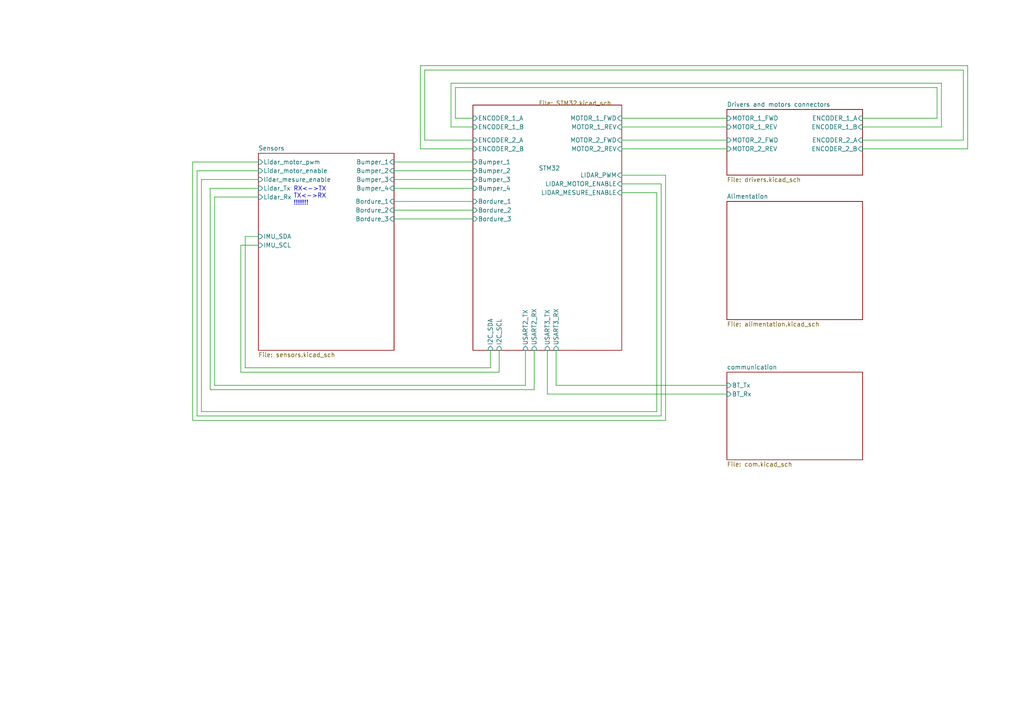
<source format=kicad_sch>
(kicad_sch (version 20230121) (generator eeschema)
  (paper "A4")
  (title_block (title "feuille principale") (date "2023-09-19") (rev "0.1") (company "martifredomax corp."))
  (lib_symbols)
  (wire (pts (xy 123.19 40.64) (xy 137.16 40.64)))
  (wire (pts (xy 152.4 111.76) (xy 152.4 101.6)))
  (wire (pts (xy 142.24 101.6) (xy 142.24 106.68)))
  (wire (pts (xy 71.12 106.68) (xy 71.12 68.58)))
  (wire (pts (xy 130.81 36.83) (xy 137.16 36.83)))
  (wire (pts (xy 62.23 111.76) (xy 62.23 57.15)))
  (wire (pts (xy 69.85 71.12) (xy 74.93 71.12)))
  (wire (pts (xy 161.29 111.76) (xy 210.82 111.76)))
  (wire (pts (xy 161.29 101.6) (xy 161.29 111.76)))
  (wire (pts (xy 114.3 58.42) (xy 137.16 58.42)))
  (wire (pts (xy 142.24 106.68) (xy 71.12 106.68)))
  (wire (pts (xy 144.78 101.6) (xy 144.78 107.95)))
  (wire (pts (xy 280.67 43.18) (xy 280.67 19.05)))
  (wire (pts (xy 55.88 121.92) (xy 55.88 46.99)))
  (wire (pts (xy 273.05 24.13) (xy 130.81 24.13)))
  (wire (pts (xy 114.3 63.5) (xy 137.16 63.5)))
  (wire (pts (xy 271.78 25.4) (xy 132.08 25.4)))
  (wire (pts (xy 55.88 46.99) (xy 74.93 46.99)))
  (wire (pts (xy 121.92 19.05) (xy 121.92 43.18)))
  (wire (pts (xy 250.19 34.29) (xy 271.78 34.29)))
  (wire (pts (xy 114.3 52.07) (xy 137.16 52.07)))
  (wire (pts (xy 132.08 34.29) (xy 137.16 34.29)))
  (wire (pts (xy 250.19 43.18) (xy 280.67 43.18)))
  (wire (pts (xy 180.34 34.29) (xy 210.82 34.29)))
  (wire (pts (xy 193.04 50.8) (xy 193.04 121.92)))
  (wire (pts (xy 190.5 55.88) (xy 190.5 119.38)))
  (wire (pts (xy 190.5 119.38) (xy 58.42 119.38)))
  (wire (pts (xy 271.78 34.29) (xy 271.78 25.4)))
  (wire (pts (xy 60.96 113.03) (xy 60.96 54.61)))
  (wire (pts (xy 154.94 101.6) (xy 154.94 113.03)))
  (wire (pts (xy 180.34 55.88) (xy 190.5 55.88)))
  (wire (pts (xy 114.3 49.53) (xy 137.16 49.53)))
  (wire (pts (xy 180.34 40.64) (xy 210.82 40.64)))
  (wire (pts (xy 62.23 111.76) (xy 152.4 111.76)))
  (wire (pts (xy 180.34 53.34) (xy 191.77 53.34)))
  (wire (pts (xy 132.08 25.4) (xy 132.08 34.29)))
  (wire (pts (xy 279.4 20.32) (xy 123.19 20.32)))
  (wire (pts (xy 279.4 40.64) (xy 279.4 20.32)))
  (wire (pts (xy 114.3 54.61) (xy 137.16 54.61)))
  (wire (pts (xy 114.3 60.96) (xy 137.16 60.96)))
  (wire (pts (xy 123.19 20.32) (xy 123.19 40.64)))
  (wire (pts (xy 60.96 54.61) (xy 74.93 54.61)))
  (wire (pts (xy 114.3 46.99) (xy 137.16 46.99)))
  (wire (pts (xy 210.82 114.3) (xy 158.75 114.3)))
  (wire (pts (xy 193.04 121.92) (xy 55.88 121.92)))
  (wire (pts (xy 154.94 113.03) (xy 60.96 113.03)))
  (wire (pts (xy 69.85 107.95) (xy 144.78 107.95)))
  (wire (pts (xy 180.34 43.18) (xy 210.82 43.18)))
  (wire (pts (xy 191.77 120.65) (xy 57.15 120.65)))
  (wire (pts (xy 121.92 43.18) (xy 137.16 43.18)))
  (wire (pts (xy 280.67 19.05) (xy 121.92 19.05)))
  (wire (pts (xy 71.12 68.58) (xy 74.93 68.58)))
  (wire (pts (xy 273.05 36.83) (xy 273.05 24.13)))
  (wire (pts (xy 130.81 24.13) (xy 130.81 36.83)))
  (wire (pts (xy 250.19 36.83) (xy 273.05 36.83)))
  (wire (pts (xy 69.85 107.95) (xy 69.85 71.12)))
  (wire (pts (xy 58.42 52.07) (xy 74.93 52.07)))
  (wire (pts (xy 158.75 101.6) (xy 158.75 114.3)))
  (wire (pts (xy 180.34 36.83) (xy 210.82 36.83)))
  (wire (pts (xy 57.15 49.53) (xy 74.93 49.53)))
  (wire (pts (xy 191.77 53.34) (xy 191.77 120.65)))
  (wire (pts (xy 57.15 120.65) (xy 57.15 49.53)))
  (wire (pts (xy 250.19 40.64) (xy 279.4 40.64)))
  (wire (pts (xy 58.42 119.38) (xy 58.42 52.07)))
  (wire (pts (xy 62.23 57.15) (xy 74.93 57.15)))
  (wire (pts (xy 180.34 50.8) (xy 193.04 50.8)))
  (text "RX<->TX\nTX<->RX\n!!!!!!!" (at 85.09 59.69 0) (effects (font (size 1.27 1.27)) (justify left bottom)))
  (sheet (at 74.93 44.45) (size 39.37 57.15) (stroke (width 0.1524))
    (property "Sheetname" "Sensors" (at 74.93 43.7384 0) (effects (justify left bottom)))
    (property "Sheetfile" "sensors.kicad_sch" (at 74.93 102.1846 0) (effects (justify left top)))
    (pin "Bumper_2" input (at 114.3 49.53 0))
    (pin "Bumper_1" input (at 114.3 46.99 0))
    (pin "Bumper_3" input (at 114.3 52.07 0))
    (pin "Bumper_4" input (at 114.3 54.61 0))
    (pin "Lidar_Tx" input (at 74.93 54.61 180))
    (pin "Lidar_Rx" input (at 74.93 57.15 180))
    (pin "Bordure_2" input (at 114.3 60.96 0))
    (pin "Bordure_3" input (at 114.3 63.5 0))
    (pin "Bordure_1" input (at 114.3 58.42 0))
    (pin "Lidar_motor_enable" input (at 74.93 49.53 180))
    (pin "Lidar_motor_pwm" input (at 74.93 46.99 180))
    (pin "lidar_mesure_enable" input (at 74.93 52.07 180))
    (pin "IMU_SDA" input (at 74.93 68.58 180))
    (pin "IMU_SCL" input (at 74.93 71.12 180))
  )
  (sheet (at 210.82 107.95) (size 39.37 25.4) (stroke (width 0.1524))
    (property "Sheetname" "communication" (at 210.82 107.2384 0) (effects (justify left bottom)))
    (property "Sheetfile" "com.kicad_sch" (at 210.82 133.9346 0) (effects (justify left top)))
    (pin "BT_Tx" input (at 210.82 111.76 180))
    (pin "BT_Rx" input (at 210.82 114.3 180))
  )
  (sheet (at 210.82 58.42) (size 39.37 34.29) (stroke (width 0.1524))
    (property "Sheetname" "Alimentation" (at 210.82 57.7084 0) (effects (justify left bottom)))
    (property "Sheetfile" "alimentation.kicad_sch" (at 210.82 93.2946 0) (effects (justify left top)))
  )
  (sheet (at 137.16 30.48) (size 43.18 71.12) (stroke (width 0.1524))
    (property "Sheetname" "STM32" (at 156.21 49.53 0) (effects (justify left bottom)))
    (property "Sheetfile" "STM32.kicad_sch" (at 156.21 29.21 0) (effects (justify left top)))
    (pin "MOTOR_2_FWD" input (at 180.34 40.64 0))
    (pin "MOTOR_2_REV" input (at 180.34 43.18 0))
    (pin "ENCODER_1_A" input (at 137.16 34.29 180))
    (pin "ENCODER_1_B" input (at 137.16 36.83 180))
    (pin "MOTOR_1_FWD" input (at 180.34 34.29 0))
    (pin "MOTOR_1_REV" input (at 180.34 36.83 0))
    (pin "USART3_RX" input (at 161.29 101.6 270))
    (pin "ENCODER_2_B" input (at 137.16 43.18 180))
    (pin "USART3_TX" input (at 158.75 101.6 270))
    (pin "I2C_SCL" input (at 144.78 101.6 270))
    (pin "I2C_SDA" input (at 142.24 101.6 270))
    (pin "ENCODER_2_A" input (at 137.16 40.64 180))
    (pin "LIDAR_PWM" input (at 180.34 50.8 0))
    (pin "USART2_TX" input (at 152.4 101.6 270))
    (pin "USART2_RX" input (at 154.94 101.6 270))
    (pin "Bumper_4" input (at 137.16 54.61 180))
    (pin "Bumper_3" input (at 137.16 52.07 180))
    (pin "Bumper_2" input (at 137.16 49.53 180))
    (pin "Bumper_1" input (at 137.16 46.99 180))
    (pin "Bordure_3" input (at 137.16 63.5 180))
    (pin "Bordure_1" input (at 137.16 58.42 180))
    (pin "Bordure_2" input (at 137.16 60.96 180))
    (pin "LIDAR_MOTOR_ENABLE" input (at 180.34 53.34 0))
    (pin "LIDAR_MESURE_ENABLE" input (at 180.34 55.88 0))
  )
  (sheet (at 210.82 31.75) (size 39.37 19.05) (stroke (width 0.1524))
    (property "Sheetname" "Drivers and motors connectors" (at 210.82 31.0384 0) (effects (justify left bottom)))
    (property "Sheetfile" "drivers.kicad_sch" (at 210.82 51.3846 0) (effects (justify left top)))
    (pin "MOTOR_1_FWD" input (at 210.82 34.29 180))
    (pin "MOTOR_1_REV" input (at 210.82 36.83 180))
    (pin "MOTOR_2_FWD" input (at 210.82 40.64 180))
    (pin "MOTOR_2_REV" input (at 210.82 43.18 180))
    (pin "ENCODER_2_A" input (at 250.19 40.64 0))
    (pin "ENCODER_2_B" input (at 250.19 43.18 0))
    (pin "ENCODER_1_B" input (at 250.19 36.83 0))
    (pin "ENCODER_1_A" input (at 250.19 34.29 0))
  )
)
</source>
